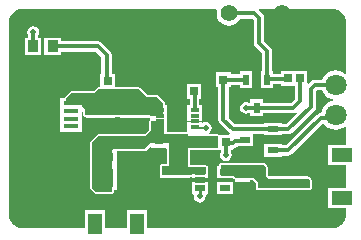
<source format=gtl>
G04*
G04 #@! TF.GenerationSoftware,Altium Limited,Altium Designer,21.6.4 (81)*
G04*
G04 Layer_Physical_Order=1*
G04 Layer_Color=255*
%FSLAX44Y44*%
%MOMM*%
G71*
G04*
G04 #@! TF.SameCoordinates,8A05593B-3552-4C3B-B2EF-5CC55372FEEF*
G04*
G04*
G04 #@! TF.FilePolarity,Positive*
G04*
G01*
G75*
%ADD12C,0.2000*%
%ADD13C,0.2540*%
%ADD14R,0.7800X0.6000*%
%ADD15R,0.7000X0.7800*%
%ADD16R,0.5500X0.9500*%
%ADD17R,0.9500X0.5500*%
%ADD18R,1.5500X0.6000*%
%ADD19R,1.8000X1.2000*%
%ADD20R,0.8500X0.5000*%
%ADD21R,0.6000X1.5500*%
%ADD22R,1.2000X1.8000*%
%ADD23R,0.6000X0.7800*%
%ADD24R,1.6300X1.4300*%
%ADD25R,0.7000X0.3500*%
%ADD26R,0.7800X0.7000*%
%ADD27R,1.3000X0.4500*%
%ADD28R,0.9000X1.0000*%
%ADD49C,0.3580*%
%ADD50C,0.3000*%
%ADD51C,1.4000*%
%ADD52C,1.8000*%
%ADD53C,0.8000*%
%ADD54O,1.8000X1.1500*%
%ADD55O,2.0000X1.4000*%
%ADD56C,0.5000*%
G36*
X283774Y192442D02*
X286129Y191467D01*
X288249Y190051D01*
X290051Y188249D01*
X291467Y186129D01*
X292442Y183774D01*
X292940Y181274D01*
Y180000D01*
Y138645D01*
X291670Y138019D01*
X290203Y139144D01*
X287211Y140383D01*
X284000Y140806D01*
X280789Y140383D01*
X277797Y139144D01*
X275228Y137172D01*
X273256Y134603D01*
X272515Y132815D01*
X266400D01*
X266400Y132815D01*
X264711Y132479D01*
X263278Y131522D01*
X261213Y129457D01*
X260040Y129943D01*
Y140440D01*
X237960D01*
Y137865D01*
X231290D01*
Y140190D01*
X230415D01*
Y157000D01*
X230415Y157000D01*
X230079Y158689D01*
X229122Y160122D01*
X229122Y160122D01*
X223415Y165829D01*
Y185000D01*
X223079Y186689D01*
X222122Y188122D01*
X222122Y188122D01*
X218574Y191670D01*
X219100Y192940D01*
X281274D01*
X283774Y192442D01*
D02*
G37*
G36*
X183492Y191940D02*
X183463Y191670D01*
X183111Y189000D01*
X183465Y186311D01*
X184503Y183806D01*
X186154Y181654D01*
X188306Y180003D01*
X190811Y178965D01*
X193500Y178611D01*
X196189Y178965D01*
X198694Y180003D01*
X200846Y181654D01*
X202497Y183806D01*
X202820Y184585D01*
X213171D01*
X214585Y183171D01*
Y164000D01*
X214585Y164000D01*
X214921Y162311D01*
X215878Y160878D01*
X221585Y155171D01*
Y140190D01*
X220710D01*
Y125610D01*
X231290D01*
Y129035D01*
X237960D01*
Y127560D01*
X249585D01*
Y116829D01*
X246271Y113515D01*
X222290D01*
Y116390D01*
X211710D01*
Y113465D01*
X210390D01*
X209967Y113748D01*
X208000Y114139D01*
X206033Y113748D01*
X204366Y112634D01*
X203252Y110967D01*
X202861Y109000D01*
X203252Y107034D01*
X204366Y105366D01*
X206033Y104252D01*
X208000Y103861D01*
X209967Y104252D01*
X210440Y104569D01*
X211710Y104275D01*
Y101810D01*
X222290D01*
Y104685D01*
X248100D01*
X248100Y104685D01*
X249790Y105021D01*
X250369Y105408D01*
X251178Y104422D01*
X242171Y95415D01*
X238190D01*
Y96290D01*
X223610D01*
Y95415D01*
X198829D01*
X193415Y100829D01*
Y126560D01*
X195040D01*
Y128535D01*
X202710D01*
Y125610D01*
X213290D01*
Y140190D01*
X202710D01*
Y137365D01*
X195040D01*
Y139440D01*
X182960D01*
Y126560D01*
X184585D01*
Y99000D01*
X184585Y99000D01*
X184921Y97310D01*
X185878Y95878D01*
X193878Y87878D01*
X194130Y87710D01*
X193745Y86440D01*
X184496D01*
X184000Y86645D01*
X177344D01*
X176959Y87915D01*
X177634Y88366D01*
X178748Y90034D01*
X179139Y92000D01*
X178748Y93967D01*
X177634Y95634D01*
X175966Y96748D01*
X174000Y97139D01*
X172034Y96748D01*
X171810Y96598D01*
X170540Y96790D01*
Y96790D01*
X158460D01*
Y88645D01*
X141540D01*
Y93210D01*
Y103210D01*
Y111790D01*
X139645D01*
Y113000D01*
X139163Y114163D01*
X134163Y119163D01*
X133000Y119645D01*
X124682D01*
X118163Y126163D01*
X117000Y126645D01*
X97440D01*
Y138040D01*
X94415D01*
Y154000D01*
X94079Y155689D01*
X93122Y157122D01*
X86122Y164122D01*
X84690Y165079D01*
X83000Y165415D01*
X83000Y165415D01*
X51290D01*
Y168540D01*
X37210D01*
Y153460D01*
X51290D01*
Y156585D01*
X81171D01*
X85585Y152171D01*
Y138040D01*
X84560D01*
Y126645D01*
X83000D01*
X81837Y126163D01*
X79318Y123645D01*
X61000D01*
X59837Y123163D01*
X54837Y118163D01*
X54682Y117790D01*
X50960D01*
Y108210D01*
Y101710D01*
Y95210D01*
Y88710D01*
X69040D01*
Y95210D01*
Y105358D01*
X70310Y106037D01*
X70355Y106007D01*
Y103000D01*
X70837Y101837D01*
X72000Y101355D01*
X72560D01*
Y100460D01*
X97440D01*
Y101355D01*
X101560D01*
Y100460D01*
X126440D01*
X126532Y100369D01*
X126837Y99163D01*
X126355Y98000D01*
Y90681D01*
X122318Y86645D01*
X83000D01*
X81837Y86163D01*
X76837Y81163D01*
X76355Y80000D01*
Y41000D01*
X76837Y39837D01*
X79837Y36837D01*
X81000Y36355D01*
X95000D01*
X96163Y36837D01*
X96645Y38000D01*
Y39460D01*
X98540D01*
Y60040D01*
X98540D01*
Y60560D01*
X98540D01*
Y72355D01*
X122000D01*
X123163Y72837D01*
X126387Y76060D01*
X127560Y75574D01*
Y75460D01*
X140440D01*
X141355Y74602D01*
Y61645D01*
X137000D01*
X135837Y61163D01*
X135578Y60540D01*
X135560D01*
Y60496D01*
X135355Y60000D01*
Y52000D01*
X135560Y51505D01*
Y49460D01*
X160440D01*
Y50355D01*
X162710D01*
Y49460D01*
X176290D01*
Y59540D01*
X175422D01*
X175163Y60163D01*
X174000Y60645D01*
X160645D01*
Y73355D01*
X184000D01*
X184496Y73560D01*
X186585D01*
Y71464D01*
X186252Y70967D01*
X185861Y69000D01*
X186252Y67034D01*
X187366Y65366D01*
X189034Y64252D01*
X190084Y64043D01*
X190728Y63915D01*
X190603Y62645D01*
X187000D01*
X185837Y62163D01*
X185355Y61000D01*
Y59540D01*
X183710D01*
Y49460D01*
X186746D01*
X187000Y49355D01*
X197318D01*
X197837Y48837D01*
X198560Y48537D01*
Y46460D01*
X211440D01*
Y48355D01*
X213319D01*
X216355Y45318D01*
Y41000D01*
X216837Y39837D01*
X218000Y39355D01*
X262000D01*
X263163Y39837D01*
X263645Y41000D01*
Y48000D01*
X263163Y49163D01*
X262163Y50163D01*
X261000Y50645D01*
X260540D01*
Y51540D01*
X239960D01*
Y51540D01*
X239440D01*
Y51540D01*
X226787D01*
X226645Y51681D01*
Y59000D01*
X226163Y60163D01*
X224163Y62163D01*
X223000Y62645D01*
X191397D01*
X191271Y63915D01*
X191916Y64043D01*
X192966Y64252D01*
X194634Y65366D01*
X195748Y67034D01*
X196139Y69000D01*
X195748Y70967D01*
X195415Y71464D01*
Y73560D01*
X197040D01*
Y74593D01*
X198689Y74921D01*
X200122Y75878D01*
X200869Y76625D01*
X206140D01*
X206140Y76625D01*
X206567Y76710D01*
X214390D01*
Y86585D01*
X223610D01*
Y85710D01*
X238190D01*
Y86585D01*
X244000D01*
X244000Y86585D01*
X245690Y86921D01*
X247122Y87878D01*
X266122Y106878D01*
X266122Y106878D01*
X267079Y108310D01*
X267415Y110000D01*
Y123171D01*
X268229Y123985D01*
X272515D01*
X273256Y122197D01*
X275228Y119628D01*
X277797Y117656D01*
X280789Y116417D01*
X281367Y116341D01*
Y115059D01*
X280789Y114983D01*
X277797Y113744D01*
X275228Y111772D01*
X273256Y109203D01*
X272017Y106211D01*
X271812Y104656D01*
X271241D01*
X269551Y104320D01*
X268119Y103363D01*
X242171Y77415D01*
X238190D01*
Y78290D01*
X223610D01*
Y67710D01*
X238190D01*
Y68585D01*
X244000D01*
X244000Y68585D01*
X245690Y68921D01*
X247122Y69878D01*
X272846Y95603D01*
X274221Y95540D01*
X275228Y94228D01*
X277797Y92256D01*
X280789Y91017D01*
X284000Y90594D01*
X287211Y91017D01*
X290203Y92256D01*
X291670Y93381D01*
X292940Y92755D01*
Y77540D01*
X277460D01*
Y60460D01*
X292940D01*
Y41540D01*
X277460D01*
Y24460D01*
X292940D01*
Y18726D01*
X292442Y16226D01*
X291467Y13871D01*
X290051Y11751D01*
X288249Y9949D01*
X286129Y8533D01*
X283774Y7558D01*
X281275Y7060D01*
X124540D01*
Y22540D01*
X107460D01*
Y7060D01*
X88540D01*
Y22540D01*
X71460D01*
Y7060D01*
X18726D01*
X16226Y7558D01*
X13871Y8533D01*
X11751Y9949D01*
X9949Y11751D01*
X8533Y13871D01*
X7558Y16226D01*
X7060Y18726D01*
Y20000D01*
Y180000D01*
Y181275D01*
X7558Y183774D01*
X8533Y186129D01*
X9949Y188249D01*
X11751Y190051D01*
X13871Y191467D01*
X16226Y192442D01*
X18726Y192940D01*
X182692D01*
X183492Y191940D01*
D02*
G37*
G36*
X124000Y118000D02*
X133000D01*
X138000Y113000D01*
Y102000D01*
X128000D01*
X127000Y103000D01*
X72000D01*
Y108000D01*
X69040Y110960D01*
Y111290D01*
X56000D01*
Y117000D01*
X61000Y122000D01*
X80000D01*
X83000Y125000D01*
X117000D01*
X124000Y118000D01*
D02*
G37*
G36*
X139000Y87000D02*
X159000D01*
Y85000D01*
X184000D01*
Y75000D01*
X159000D01*
Y59000D01*
X174000D01*
Y53040D01*
X162710D01*
Y52000D01*
X137000D01*
Y60000D01*
X143000D01*
Y79000D01*
X127000D01*
X122000Y74000D01*
X96000D01*
X95000Y73000D01*
Y38000D01*
X81000D01*
X78000Y41000D01*
Y80000D01*
X83000Y85000D01*
X123000D01*
X128000Y90000D01*
Y98000D01*
X139000D01*
Y87000D01*
D02*
G37*
G36*
X225000Y59000D02*
Y51000D01*
X227000Y49000D01*
X261000D01*
X262000Y48000D01*
Y41000D01*
X218000D01*
Y46000D01*
X214000Y50000D01*
X199000D01*
X198000Y51000D01*
X187000D01*
Y61000D01*
X223000D01*
X225000Y59000D01*
D02*
G37*
%LPC*%
G36*
X28000Y178139D02*
X26033Y177748D01*
X24366Y176634D01*
X23252Y174967D01*
X22861Y173000D01*
X23252Y171033D01*
X23460Y170723D01*
Y168540D01*
X20710D01*
Y153460D01*
X34790D01*
Y168540D01*
X32290D01*
Y170348D01*
X32748Y171033D01*
X33139Y173000D01*
X32748Y174967D01*
X31634Y176634D01*
X29966Y177748D01*
X28000Y178139D01*
D02*
G37*
G36*
X170040Y129440D02*
X157960D01*
Y116560D01*
X160381D01*
Y111790D01*
X158460D01*
Y103210D01*
Y98210D01*
X170540D01*
Y103210D01*
Y111790D01*
X168619D01*
Y116560D01*
X170040D01*
Y129440D01*
D02*
G37*
G36*
X197290Y46540D02*
X183710D01*
Y36460D01*
X197290D01*
Y46540D01*
D02*
G37*
G36*
X176290D02*
X162710D01*
Y36460D01*
X163171D01*
X164098Y35190D01*
X163861Y34000D01*
X164252Y32034D01*
X165366Y30366D01*
X167034Y29252D01*
X169000Y28861D01*
X170966Y29252D01*
X172634Y30366D01*
X173748Y32034D01*
X174139Y34000D01*
X173902Y35190D01*
X174829Y36460D01*
X176290D01*
Y46540D01*
D02*
G37*
%LPD*%
D12*
X169000Y41000D02*
X169500Y41500D01*
X164750Y92250D02*
X173750D01*
X164500Y92500D02*
X164750Y92250D01*
X173750D02*
X174000Y92000D01*
D13*
X169000Y34000D02*
Y41000D01*
D14*
X134000Y81000D02*
D03*
Y71000D02*
D03*
X233000Y46000D02*
D03*
Y56000D02*
D03*
X205000Y52000D02*
D03*
Y42000D02*
D03*
X154000Y55000D02*
D03*
Y45000D02*
D03*
X142000Y55000D02*
D03*
Y45000D02*
D03*
X120000Y106000D02*
D03*
Y96000D02*
D03*
X108000Y106000D02*
D03*
Y96000D02*
D03*
X91000Y106000D02*
D03*
Y96000D02*
D03*
X79000Y106000D02*
D03*
Y96000D02*
D03*
D15*
X164000Y123000D02*
D03*
X154000D02*
D03*
X189000Y133000D02*
D03*
X179000D02*
D03*
X254000Y134000D02*
D03*
X244000D02*
D03*
X181000Y80000D02*
D03*
X191000D02*
D03*
D16*
X226000Y132900D02*
D03*
X208000D02*
D03*
X217000Y109100D02*
D03*
D17*
X207100Y82000D02*
D03*
X230900Y91000D02*
D03*
Y73000D02*
D03*
D18*
X250250Y46000D02*
D03*
Y56000D02*
D03*
D19*
X289000Y33000D02*
D03*
Y69000D02*
D03*
D20*
X190500Y54500D02*
D03*
Y41500D02*
D03*
X169500D02*
D03*
Y48000D02*
D03*
Y54500D02*
D03*
D21*
X93000Y49750D02*
D03*
X103000D02*
D03*
D22*
X80000Y11000D02*
D03*
X116000D02*
D03*
D23*
X93000Y67000D02*
D03*
X103000D02*
D03*
D24*
X150000Y100000D02*
D03*
D25*
X164500Y92500D02*
D03*
Y97500D02*
D03*
Y102500D02*
D03*
Y107500D02*
D03*
X135500Y92500D02*
D03*
Y97500D02*
D03*
Y102500D02*
D03*
Y107500D02*
D03*
D26*
X91000Y122000D02*
D03*
Y132000D02*
D03*
D27*
X60000Y87000D02*
D03*
X60000Y93500D02*
D03*
Y100000D02*
D03*
Y106500D02*
D03*
Y113000D02*
D03*
D28*
X27750Y161000D02*
D03*
X44250D02*
D03*
D49*
X191000Y78000D02*
X192000Y79000D01*
X191000Y69000D02*
Y78000D01*
X164000Y123000D02*
X164500Y122500D01*
X27750Y161000D02*
X27875Y161125D01*
Y172875D01*
X28000Y173000D01*
X90000Y133000D02*
X91000Y132000D01*
X90000Y133000D02*
Y154000D01*
X83000Y161000D02*
X90000Y154000D01*
X44250Y161000D02*
X83000D01*
X271241Y100241D02*
X281241D01*
X244000Y73000D02*
X271241Y100241D01*
X230900Y73000D02*
X244000D01*
X281241Y100241D02*
X284000Y103000D01*
X263000Y125000D02*
X266400Y128400D01*
X284000D01*
X263000Y110000D02*
Y125000D01*
X244000Y91000D02*
X263000Y110000D01*
X230900Y91000D02*
X244000D01*
X197000Y91000D02*
X230900D01*
X189000Y99000D02*
X197000Y91000D01*
X230900D02*
X230900Y91000D01*
X189000Y99000D02*
Y133000D01*
X208050Y109050D02*
X216950D01*
X208000Y109000D02*
X208050Y109050D01*
X216950D02*
X217000Y109100D01*
X219000Y164000D02*
X226000Y157000D01*
Y132900D02*
Y157000D01*
X219000Y164000D02*
Y185000D01*
X215000Y189000D02*
X219000Y185000D01*
X193500Y189000D02*
X215000D01*
X189050Y132950D02*
X207950D01*
X189000Y133000D02*
X189050Y132950D01*
X207950D02*
X208000Y132900D01*
X254000Y115000D02*
Y134000D01*
X254000Y134000D01*
X248100Y109100D02*
X254000Y115000D01*
X217000Y109100D02*
X248100D01*
X226550Y133450D02*
X243450D01*
X244000Y134000D01*
X226000Y132900D02*
X226550Y133450D01*
X192000Y79000D02*
X197000D01*
X206140Y81040D02*
X207100Y82000D01*
X199040Y81040D02*
X206140D01*
X197000Y79000D02*
X199040Y81040D01*
D50*
X164500Y107500D02*
Y122500D01*
D51*
X251000Y164000D02*
D03*
X181000D02*
D03*
X193500Y189000D02*
D03*
X238500D02*
D03*
D52*
X284000Y103000D02*
D03*
Y128400D02*
D03*
D53*
X49000Y75000D02*
D03*
Y125000D02*
D03*
D54*
X21500Y61250D02*
D03*
Y138750D02*
D03*
D55*
X59500Y62750D02*
D03*
Y137250D02*
D03*
D56*
X191000Y69000D02*
D03*
X265000Y59000D02*
D03*
X259000Y67000D02*
D03*
X271000D02*
D03*
X76000Y87000D02*
D03*
X28000Y173000D02*
D03*
X208000Y109000D02*
D03*
X169000Y34000D02*
D03*
X174000Y92000D02*
D03*
X92000Y77000D02*
D03*
M02*

</source>
